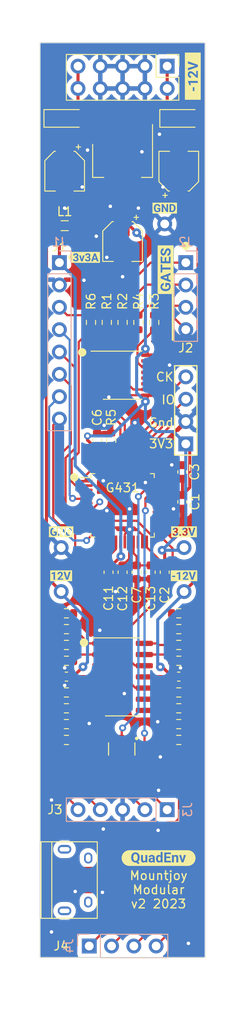
<source format=kicad_pcb>
(kicad_pcb (version 20221018) (generator pcbnew)
  (layers (0 "F.Cu" signal) (31 "B.Cu" signal) (34 "B.Paste" user) (35 "F.Paste" user) (36 "B.SilkS" user "B.Silkscreen") (37 "F.SilkS" user "F.Silkscreen") (38 "B.Mask" user) (39 "F.Mask" user) (44 "Edge.Cuts" user))
  (net 0 "")
  (net 1 "+3.3V")
  (net 2 "GND")
  (net 3 "+12V")
  (net 4 "-12V")
  (net 5 "/Gate1_In")
  (net 6 "/Gate2_In")
  (net 7 "/Gate3_In")
  (net 8 "/Gate4_In")
  (net 9 "/Led1_Out")
  (net 10 "/Led2_Out")
  (net 11 "/Led3_Out")
  (net 12 "/Led4_Out")
  (net 13 "/+12V_IN")
  (net 14 "/-12V_IN")
  (net 15 "/Mode_Btn")
  (net 16 "/Env1_Out")
  (net 17 "/Env2_Out")
  (net 18 "/Env3_Out")
  (net 19 "/Env4_Out")
  (net 21 "Net-(R13-Pad1)")
  (net 22 "Net-(R14-Pad1)")
  (net 23 "Net-(R15-Pad1)")
  (net 24 "Net-(R16-Pad1)")
  (net 27 "Net-(U3-A)")
  (net 28 "Net-(U3-B)")
  (net 29 "Net-(U3-D)")
  (net 30 "/Env4_DAC")
  (net 31 "/Env1_DAC")
  (net 32 "/Env2_DAC")
  (net 33 "/Attack_Pot")
  (net 34 "/Decay_Pot")
  (net 35 "Net-(U3-C)")
  (net 36 "Net-(U4A--)")
  (net 37 "/Sustain_Pot")
  (net 38 "/Env3_DAC")
  (net 39 "Net-(U4B--)")
  (net 40 "/Release_Pot")
  (net 41 "Net-(U4C--)")
  (net 42 "Net-(U4D--)")
  (net 49 "/SWCLK")
  (net 50 "/SWIO")
  (net 51 "/USB_DM")
  (net 52 "/USB_DP")
  (net 58 "/Gate1")
  (net 59 "/Gate2")
  (net 60 "/Gate3")
  (net 61 "/Gate4")
  (net 62 "/BOOT0")
  (net 63 "+3.3VA")
  (net 72 "/Mode_Led")
  (net 73 "Net-(U1-PC13)")
  (net 74 "unconnected-(U1-PG10-NRST-Pad7)")
  (net 75 "/D-")
  (net 76 "/D+")
  (footprint "Resistor_SMD:R_0603_1608Metric" (layer "F.Cu") (at 65.8 127.47)
    (fp_text reference "R22" hide)
    (fp_text value "1k")
  )
  (footprint "Custom_Footprints:STF202-22T1G" (layer "F.Cu") (at 59.3 130.3 180)
    (fp_text reference "U5" hide)
    (fp_text value "STF202-22T1G" hide)
  )
  (footprint "Capacitor_SMD:CP_Elec_4x5.8" (layer "F.Cu") (at 52.8 64.6 -90)
    (fp_text reference "C4" hide)
    (fp_text value "22uF")
  )
  (footprint "Capacitor_SMD:CP_Elec_4x5.8" (layer "F.Cu") (at 65.8 64.6 90)
    (fp_text reference "C5" hide)
    (fp_text value "22uF")
  )
  (footprint "Resistor_SMD:R_0603_1608Metric" (layer "F.Cu") (at 63 81.8 90)
    (fp_text reference "R3")
    (fp_text value "10k")
  )
  (footprint "Capacitor_SMD:C_0603_1608Metric" (layer "F.Cu") (at 57.8 110.2 90)
    (fp_text reference "C11")
    (fp_text value "1uF")
  )
  (footprint "Resistor_SMD:R_0603_1608Metric" (layer "F.Cu") (at 65.8 118.47)
    (fp_text reference "R16" hide)
    (fp_text value "4k7")
  )
  (footprint "Capacitor_SMD:C_0603_1608Metric" (layer "F.Cu") (at 61 110.2 -90)
    (fp_text reference "C7")
    (fp_text value "10nF")
  )
  (footprint "Package_SO:SOIC-14_3.9x8.7mm_P1.27mm" (layer "F.Cu") (at 59.4 122.1)
    (fp_text reference "U4" hide)
    (fp_text value "TL074")
  )
  (footprint "Resistor_SMD:R_0603_1608Metric" (layer "F.Cu") (at 61.2 81.8 90)
    (fp_text reference "R4")
    (fp_text value "10k")
  )
  (footprint "Resistor_SMD:R_0603_1608Metric" (layer "F.Cu") (at 53 120.27 180)
    (fp_text reference "R9" hide)
    (fp_text value "3k3")
  )
  (footprint "kibuzzard-6409FE57" (layer "F.Cu") (at 52.4 105.6)
    (fp_text reference "kibuzzard-6409FE57" hide)
    (fp_text value "G***" hide)
  )
  (footprint "Custom_Footprints:1mm_Test_Point" (layer "F.Cu") (at 52.4 107.4)
    (fp_text reference "TP5" hide)
    (fp_text value "TestPoint")
  )
  (footprint "Inductor_SMD:L_0805_2012Metric_Pad1.05x1.20mm_HandSolder" (layer "F.Cu") (at 52.8 70.8 180)
    (fp_text reference "L1")
    (fp_text value "L_Small")
  )
  (footprint "Capacitor_SMD:CP_Elec_4x5.8" (layer "F.Cu") (at 59.4 72.6 -90)
    (fp_text reference "C8" hide)
    (fp_text value "22uF")
  )
  (footprint "Resistor_SMD:R_0603_1608Metric" (layer "F.Cu") (at 53 116.67 180)
    (fp_text reference "R17" hide)
    (fp_text value "1k")
  )
  (footprint "Resistor_SMD:R_0603_1608Metric" (layer "F.Cu") (at 58.1 95.2 -90)
    (fp_text reference "R5")
    (fp_text value "100k")
  )
  (footprint "Capacitor_SMD:C_0603_1608Metric" (layer "F.Cu") (at 66.2 98.8 90)
    (fp_text reference "C3")
    (fp_text value "100nF")
  )
  (footprint "Resistor_SMD:R_0603_1608Metric" (layer "F.Cu") (at 65.8 114.87)
    (fp_text reference "R24" hide)
    (fp_text value "1k")
  )
  (footprint "Resistor_SMD:R_0603_1608Metric" (layer "F.Cu") (at 65.8 123.87)
    (fp_text reference "R11" hide)
    (fp_text value "3k3")
  )
  (footprint "Capacitor_SMD:C_0603_1608Metric" (layer "F.Cu") (at 59.4 110.2 90)
    (fp_text reference "C12")
    (fp_text value "100nF")
  )
  (footprint "Diode_SMD:D_SOD-123" (layer "F.Cu") (at 52.8 58.6)
    (fp_text reference "D1" hide)
    (fp_text value "1N5819")
  )
  (footprint "Resistor_SMD:R_0603_1608Metric" (layer "F.Cu") (at 65.8 120.27)
    (fp_text reference "R12" hide)
    (fp_text value "3k3")
  )
  (footprint "Diode_SMD:D_SOD-123" (layer "F.Cu") (at 66 58.6)
    (fp_text reference "D2" hide)
    (fp_text value "1N5819")
  )
  (footprint "Resistor_SMD:R_0603_1608Metric" (layer "F.Cu") (at 55.8 81.8 -90)
    (fp_text reference "R6")
    (fp_text value "510")
  )
  (footprint "kibuzzard-6409FE57" (layer "F.Cu") (at 64.2 68.8)
    (fp_text reference "kibuzzard-6409FE57" hide)
    (fp_text value "G***" hide)
  )
  (footprint "kibuzzard-6409FE16" (layer "F.Cu") (at 66.4 110.6)
    (fp_text reference "kibuzzard-6409FE16" hide)
    (fp_text value "G***" hide)
  )
  (footprint "Custom_Footprints:1mm_Test_Point" (layer "F.Cu") (at 52.4 112.4)
    (fp_text reference "TP3" hide)
    (fp_text value "TestPoint")
  )
  (footprint "Resistor_SMD:R_0603_1608Metric" (layer "F.Cu") (at 53 123.87 180)
    (fp_text reference "R10" hide)
    (fp_text value "3k3")
  )
  (footprint "Package_TO_SOT_SMD:SOT-223-3_TabPin2" (layer "F.Cu") (at 59.4 63.4 -90)
    (fp_text reference "U2" hide)
    (fp_text value "LD1117-3.3-4Tab")
  )
  (footprint "kibuzzard-64DF8AE0" (layer "F.Cu") (at 64.3 75.8 90)
    (fp_text reference "kibuzzard-64DF8AE0" hide)
    (fp_text value "G***" hide)
  )
  (footprint "Resistor_SMD:R_0603_1608Metric" (layer "F.Cu") (at 53 114.87 180)
    (fp_text reference "R18" hide)
    (fp_text value "1k")
  )
  (footprint "Connector_PinHeader_2.54mm:PinHeader_2x05_P2.54mm_Vertical" (layer "F.Cu") (at 64.48 52.66 -90)
    (fp_text reference "J6" hide)
    (fp_text value "Eurorack_10_pin_power")
  )
  (footprint "Capacitor_SMD:C_0603_1608Metric" (layer "F.Cu") (at 66.2 102.2 -90)
    (fp_text reference "C1")
    (fp_text value "4.7uF")
  )
  (footprint "Resistor_SMD:R_0603_1608Metric" (layer "F.Cu") (at 57.6 81.8 -90)
    (fp_text reference "R1")
    (fp_text value "10k")
  )
  (footprint "Custom_Footprints:USB_Micro-B_Amphenol" (layer "F.Cu") (at 54.135 145.2 -90)
    (fp_text reference "J7" hide)
    (fp_text value "USB_B_Micro")
  )
  (footprint "Capacitor_SMD:C_0603_1608Metric" (layer "F.Cu") (at 53 122.07)
    (fp_text reference "C9" hide)
    (fp_text value "1uF")
  )
  (footprint "kibuzzard-6409FE46" (layer "F.Cu") (at 52.4 110.6)
    (fp_text reference "kibuzzard-6409FE46" hide)
    (fp_text value "G***" hide)
  )
  (footprint "kibuzzard-640A0C12" (layer "F.Cu") (at 63.5 142.7)
    (fp_text reference "kibuzzard-640A0C12" hide)
    (fp_text value "G***" hide)
  )
  (footprint "kibuzzard-6409F893" (layer "F.Cu") (at 67.4 53.8 90)
    (fp_text reference "kibuzzard-6409F893" hide)
    (fp_text value "G***" hide)
  )
  (footprint "Capacitor_SMD:C_0603_1608Metric" (layer "F.Cu") (at 56.5 95.2 90)
    (fp_text reference "C6")
    (fp_text value "100nF")
  )
  (footprint "Package_SO:TSSOP-16_4.4x5mm_P0.65mm" (layer "F.Cu") (at 59.4 87.8)
    (fp_text reference "U3" hide)
    (fp_text value "CD40109B")
  )
  (footprint "kibuzzard-6409FE2B" (layer "F.Cu") (at 66.4 105.6)
    (fp_text reference "kibuzzard-6409FE2B" hide)
    (fp_text value "G***" hide)
  )
  (footprint "Resistor_SMD:R_0603_1608Metric" (layer "F.Cu") (at 53 118.47)
    (fp_text reference "R13" hide)
    (fp_text value "4k7")
  )
  (footprint "Capacitor_SMD:C_0603_1608Metric" (layer "F.Cu") (at 64.2 110.2 -90)
    (fp_text reference "C2")
    (fp_text value "100nF")
  )
  (footprint "kibuzzard-6409FEF9" (layer "F.Cu") (at 55 74.4)
    (fp_text reference "kibuzzard-6409FEF9" hide)
    (fp_text value "G***" hide)
  )
  (footprint "Resistor_SMD:R_0603_1608Metric" (layer "F.Cu") (at 53 125.67 180)
    (fp_text reference "R14" hide)
    (fp_text value "4k7")
  )
  (footprint "Resistor_SMD:R_0603_1608Metric" (layer "F.Cu") (at 53 129.27 180)
    (fp_text reference "R19" hide)
    (fp_text value "1k")
  )
  (footprint "Custom_Footprints:SWD_header" (layer "F.Cu") (at 66.6 95.61 90)
    (fp_text reference "J5" hide)
    (fp_text value "SWD_Header")
  )
  (footprint "Package_QFP:LQFP-48_7x7mm_P0.5mm" (layer "F.Cu") (at 59.4 102.6)
    (fp_text reference "U1" hide)
    (fp_text value "STM32G431C6T6")
  )
  (footprint "Custom_Footprints:1mm_Test_Point" (layer "F.Cu") (at 66.4 107.4)
    (fp_text reference "TP2" hide)
    (fp_text value "TestPoint")
  )
  (footprint "Resistor_SMD:R_0603_1608Metric" (layer "F.Cu") (at 59.4 81.8 -90)
    (fp_text reference "R2")
    (fp_text value "10k")
  )
  (footprint "Resistor_SMD:R_0603_1608Metric" (layer "F.Cu") (at 65.8 116.67)
    (fp_text reference "R23" hide)
    (fp_text value "1k")
  )
  (footprint "Resistor_SMD:R_0603_1608Metric" (layer "F.Cu") (at 53 127.47 180)
    (fp_text reference "R20" hide)
    (fp_text value "1k")
  )
  (footprint "Resistor_SMD:R_0603_1608Metric" (layer "F.Cu") (at 65.8 129.27)
    (fp_text reference "R21" hide)
    (fp_text value "1k")
  )
  (footprint "Custom_Footprints:1mm_Test_Point" (layer "F.Cu") (at 64.2 70.6)
    (fp_text reference "TP1" hide)
    (fp_text value "TestPoint")
  )
  (footprint "Capacitor_SMD:C_0603_1608Metric" (layer "F.Cu") (at 65.8 122.07 180)
    (fp_text reference "C10" hide)
    (fp_text value "1uF")
  )
  (footprint "Custom_Footprints:1mm_Test_Point" (layer "F.Cu") (at 66.4 112.4)
    (fp_text reference "TP4" hide)
    (fp_text value "TestPoint")
  )
  (footprint "Capacitor_SMD:C_0603_1608Metric" (layer "F.Cu") (at 62.6 110.2 90)
    (fp_text reference "C13")
    (fp_text value "1uF")
  )
  (footprint "Resistor_SMD:R_0603_1608Metric" (layer "F.Cu") (at 65.8 125.67)
    (fp_text reference "R15" hide)
    (fp_text value "4k7")
  )
  (footprint "Connector_PinHeader_2.54mm:PinHeader_1x08_P2.54mm_Vertical" (layer "B.Cu") (at 52.2 75 180)
    (fp_text reference "J1")
    (fp_text value "Conn_01x08_Male")
  )
  (footprint "Connector_PinHeader_2.54mm:PinHeader_1x04_P2.54mm_Vertical" (layer "B.Cu") (at 55.6 152.7 -90)
    (fp_text reference "J4")
    (fp_text value "Conn_01x04_Male")
  )
  (footprint "Connector_PinHeader_2.54mm:PinHeader_1x04_P2.54mm_Vertical" (layer "B.Cu") (at 66.6 75 180)
    (fp_text reference "J2")
    (fp_text value "Conn_01x04_Male")
  )
  (footprint "Connector_PinHeader_2.54mm:PinHeader_1x05_P2.54mm_Vertical" (layer "B.Cu") (at 64.48 137.2 90)
    (fp_text reference "J3")
    (fp_text value "Conn_01x05_Male")
  )
  (gr_circle (center 66.6 73.1) (end 67 73.1) (stroke (width 0.15)) (fill solid) (layer "F.SilkS"))
  (gr_circle (center 54.8 85.2) (end 55.2 85.2) (stroke (width 0.15)) (fill solid) (layer "F.SilkS"))
  (gr_circle (center 55 118.2) (end 55.4 118.2) (stroke (width 0.15)) (fill solid) (layer "F.SilkS"))
  (gr_line (start 65.1 78.5) (end 65.1 83.8) (stroke (width 0.2)) (layer "F.SilkS"))
  (gr_circle (center 53.9 99.4) (end 54.3 99.4) (stroke (width 0.15)) (fill solid) (layer "F.SilkS"))
  (gr_rect locked (start 50 50) (end 68.8 154) (stroke (width 0.1)) (fill none) (layer "Edge.Cuts"))
  (gr_text "G431" (at 59.4 100.6) (layer "F.SilkS") (effects (font (size 1 1))))
  (gr_text "J4" (at 52.4 152.7) (layer "F.SilkS") (effects (font (size 1 1))))
  (gr_text "Mountjoy\nModular\nv2 2023" (at 63.5 146.3) (layer "F.SilkS") (effects (font (size 1 1))))
  (gr_text "J1" (at 52.2 73.2) (layer "F.SilkS") (effects (font (size 1 1))))
  (gr_text "J3" (at 51.7 137.2) (layer "F.SilkS") (effects (font (size 1 1))))
  (gr_text "J2" (at 66.6 84.7) (layer "F.SilkS") (effects (font (size 1 1))))
  (segment (start 59.225 89.425) (end 56.5375 89.425) (width 0.25) (layer "F.Cu") (net 1))
  (segment (start 56.7 85.3625) (end 56.5375 85.525) (width 0.35) (layer "F.Cu") (net 1))
  (segment (start 59.4 70.8) (end 60.2 70.8) (width 0.35) (layer "F.Cu") (net 1))
  (segment (start 64.2 109.4) (end 64.2 109.425) (width 0.25) (layer "F.Cu") (net 1))
  (segment (start 63.325 85.525) (end 62.2625 85.525) (width 0.25) (layer "F.Cu") (net 1))
  (segment (start 67.05 100.575) (end 66.2 101.425) (width 0.35) (layer "F.Cu") (net 1))
  (segment (start 62.2625 90.5375) (end 62 90.8) (width 0.25) (layer "F.Cu") (net 1))
  (segment (start 55.936979 85.999417) (end 56.112562 86.175) (width 0.25) (layer "F.Cu") (net 1))
  (segment (start 53.95 70.8) (end 59.4 70.8) (width 0.35) (layer "F.Cu") (net 1))
  (segment (start 59.4 66.55) (end 59.4 70.8) (width 0.35) (layer "F.Cu") (net 1))
  (segment (start 56.7 73.5) (end 56.7 85.3625) (width 0.35) (layer "F.Cu") (net 1))
  (segment (start 56.5375 85.525) (end 56.5125 85.5) (width 0.25) (layer "F.Cu") (net 1))
  (segment (start 62.2625 90.075) (end 62.2625 90.5375) (width 0.25) (layer "F.Cu") (net 1))
  (segment (start 64.2 109.425) (end 64.2 108) (width 0.35) (layer "F.Cu") (net 1))
  (segment (start 55.2 99.8125) (end 55.2 99.2) (width 0.25) (layer "F.Cu") (net 1))
  (segment (start 55.2375 99.85) (end 55.2 99.8125) (width 0.25) (layer "F.Cu") (net 1))
  (segment (start 56.112562 86.175) (end 56.5375 86.175) (width 0.25) (layer "F.Cu") (net 1))
  (segment (start 55.2 99.2) (end 55.9625 98.4375) (width 0.25) (layer "F.Cu") (net 1))
  (segment (start 56.2 95.975) (end 55.4 95.175) (width 0.35) (layer "F.Cu") (net 1))
  (segment (start 62.2625 86.175) (end 63.325 86.175) (width 0.25) (layer "F.Cu") (net 1))
  (segment (start 59.875 90.075) (end 59.225 89.425) (width 0.25) (layer "F.Cu") (net 1))
  (segment (start 62.2625 85.525) (end 62.2625 85.0625) (width 0.25) (layer "F.Cu") (net 1))
  (segment (start 63.5 85.7) (end 63.325 85.525) (width 0.25) (layer "F.Cu") (net 1))
  (segment (start 64.2 108) (end 63.9 107.7) (width 0.35) (layer "F.Cu") (net 1))
  (segment (start 55.936979 85.626625) (end 55.936979 85.999417) (width 0.25) (layer "F.Cu") (net 1))
  (segment (start 56.063604 85.5) (end 55.936979 85.626625) (width 0.25) (layer "F.Cu") (net 1))
  (segment (start 62.2625 85.0625) (end 62 84.8) (width 0.25) (layer "F.Cu") (net 1))
  (segment (start 56.65 98.4375) (end 56.65 96.425) (width 0.25) (layer "F.Cu") (net 1))
  (segment (start 66.175 99.85) (end 66.225 99.8) (width 0.25) (layer "F.Cu") (net 1))
  (segment (start 59.4 60.25) (end 59.4 66.55) (width 0.35) (layer "F.Cu") (net 1))
  (segment (start 55.4 95.175) (end 55.4 94.7) (width 0.35) (layer "F.Cu") (net 1))
  (segment (start 63.5625 99.85) (end 66.175 99.85) (width 0.25) (layer "F.Cu") (net 1))
  (segment (start 63.5 86) (end 63.5 85.7) (width 0.25) (layer "F.Cu") (net 1))
  (segment (start 62.15 107.35) (end 64.2 109.4) (width 0.25) (layer "F.Cu") (net 1))
  (segment (start 67.05 96.06) (end 67.05 100.575) (width 0.35) (layer "F.Cu") (net 1))
  (segment (start 66.225 101.4) (end 66.225 99.8) (width 0.35) (layer "F.Cu") (net 1))
  (segment (start 66.6 95.61) (end 67.05 96.06) (width 0.35) (layer "F.Cu") (net 1))
  (segment (start 56.65 96.425) (end 56.2 95.975) (width 0.25) (layer "F.Cu") (net 1))
  (segment (start 62.2625 90.075) (end 59.875 90.075) (width 0.25) (layer "F.Cu") (net 1))
  (segment (start 55.9625 98.4375) (end 56.65 98.4375) (width 0.25) (layer "F.Cu") (net 1))
  (segment (start 59.4 70.8) (end 56.7 73.5) (width 0.35) (layer "F.Cu") (net 1))
  (segment (start 60.2 70.8) (end 61 71.6) (width 0.35) (layer "F.Cu") (net 1))
  (segment (start 56.5125 85.5) (end 56.063604 85.5) (width 0.25) (layer "F.Cu") (net 1))
  (segment (start 62.15 106.7625) (end 62.15 107.35) (width 0.25) (layer "F.Cu") (net 1))
  (segment (start 63.325 86.175) (end 63.5 86) (width 0.25) (layer "F.Cu") (net 1))
  (via (at 63.9 107.7) (size 1) (drill 0.4) (layers "F.Cu" "B.Cu") (net 1))
  (via (at 62 84.8) (size 1) (drill 0.4) (layers "F.Cu" "B.Cu") (net 1))
  (via (at 62 90.8) (size 1) (drill 0.4) (layers "F.Cu" "B.Cu") (net 1))
  (via (at 61 71.6) (size 1) (drill 0.4) (layers "F.Cu" "B.Cu") (net 1))
  (via (at 55.4 94.7) (size 0.8) (drill 0.4) (layers "F.Cu" "B.Cu") (net 1))
  (segment (start 62 84.8) (end 61 85.8) (width 0.35) (layer "B.Cu") (net 1))
  (segment (start 63.21 94.21) (end 65.2 94.21) (width 0.35) (layer "B.Cu") (net 1))
  (segment (start 62 90.8) (end 62 93) (width 0.35) (layer "B.Cu") (net 1))
  (segment (start 66.6 105) (end 63.9 107.7) (width 0.35) (layer "B.Cu") (net 1))
  (segment (start 58.1 94.7) (end 55.4 94.7) (width 0.35) (layer "B.Cu") (net 1))
  (segment (start 66.1 107.7) (end 66.4 107.4) (width 0.35) (layer "B.Cu") (net 1))
  (segment (start 65.2 94.21) (end 66.6 95.61) (width 0.35) (layer "B.Cu") (net 1))
  (segment (start 62 90.8) (end 58.1 94.7) (width 0.35) (layer "B.Cu") (net 1))
  (segment (start 61 85.8) (end 61 89.8) (width 0.35) (layer "B.Cu") (net 1))
  (segment (start 61 71.6) (end 62 72.6) (width 0.35) (layer "B.Cu") (net 1))
  (segment (start 62 93) (end 63.21 94.21) (width 0.35) (layer "B.Cu") (net 1))
  (segment (start 66.6 95.61) (end 66.6 105) (width 0.35) (layer "B.Cu") (net 1))
  (segment (start 63.9 107.7) (end 66.1 107.7) (width 0.35) (layer "B.Cu") (net 1))
  (segment (start 62 72.6) (end 62 84.8) (width 0.35) (layer "B.Cu") (net 1))
  (segment (start 61 89.8) (end 62 90.8) (width 0.35) (layer "B.Cu") (net 1))
  (segment (start 56.5375 90.075) (end 57.623465 90.075) (width 0.25) (layer "F.Cu") (net 2))
  (segment (start 57.15 99.75) (end 57.2 99.8) (width 0.25) (layer "F.Cu") (net 2))
  (segment (start 59.65 106.7625) (end 59.65 105.8755) (width 0.25) (layer "F.Cu") (net 2))
  (segment (start 64 98) (end 65 98) (width 0.25) (layer "F.Cu") (net 2))
  (segment (start 57.15 98.4375) (end 57.15 99.75) (width 0.25) (layer "F.Cu") (net 2))
  (segment (start 61.65 106.7625) (end 61.65 105.959315) (width 0.25) (layer "F.Cu") (net 2))
  (segment (start 61.65 105.959315) (end 61.016185 105.3255) (width 0.25) (layer "F.Cu") (net 2))
  (segment (start 57 146.5) (end 57.1 146.6) (width 0.35) (layer "F.Cu") (net 2))
  (segment (start 55.485 146.5) (end 57 146.5) (width 0.35) (layer "F.Cu") (net 2))
  (segment (start 62.35 100.35) (end 62 100) (width 0.25) (layer "F.Cu") (net 2))
  (segment (start 57.299992 93.574992) (end 57.299992 93.5) (width 0.25) (layer "F.Cu") (net 2))
  (segment (start 63.5625 100.35) (end 62.35 100.35) (width 0.25) (layer "F.Cu") (net 2))
  (segment (start 62 100) (end 64 98) (width 0.25) (layer "F.Cu") (net 2))
  (segment (start 57.623465 90.075) (end 57.836413 90.287948) (width 0.25) (layer "F.Cu") (net 2))
  (segment (start 61.016185 105.3255) (end 60.2 105.3255) (width 0.25) (layer "F.Cu") (net 2))
  (segment (start 59.65 105.8755) (end 60.2 105.3255) (width 0.25) (layer "F.Cu") (net 2))
  (via (at 60.2 103) (size 0.8) (drill 0.4) (layers "F.Cu" "B.Cu") (net 2))
  (via (at 59.4 76.6) (size 0.8) (drill 0.4) (layers "F.Cu" "B.Cu") (net 2))
  (via (at 66 121.07) (size 0.8) (drill 0.4) (layers "F.Cu" "B.Cu") (net 2))
  (via (at 58.6 112.4) (size 0.8) (drill 0.4) (layers "F.Cu" "B.Cu") (net 2))
  (via (at 54 146.5) (size 0.8) (drill 0.4) (layers "F.Cu" "B.Cu") (net 2))
  (via (at 60.2 105.3255) (size 1) (drill 0.4) (layers "F.Cu" "B.Cu") (net 2))
  (via (at 63.6 60.4) (size 0.8) (drill 0.4) (layers "F.Cu" "B.Cu") (net 2))
  (via (at 57.2 139.4) (size 0.8) (drill 0.4) (layers "F.Cu" "B.Cu") (net 2))
  (via (at 57.6 103.2) (size 0.8) (drill 0.4) (layers "F.Cu" "B.Cu") (net 2))
  (via (at 56.8 116.8) (size 0.8) (drill 0.4) (layers "F.Cu" "B.Cu") (net 2))
  (via (at 65.2 103) (size 0.8) (drill 0.4) (layers "F.Cu" "B.Cu") (net 2))
  (via (at 52.8 121.07) (size 0.8) (drill 0.4) (layers "F.Cu" "B.Cu") (net 2))
  (via (at 54.8 66.4) (size 0.8) (drill 0.4) (layers "F.Cu" "B.Cu") (net 2))
  (via (at 56.4 72) (size 0.8) (drill 0.4) (layers "F.Cu" "B.Cu") (net 2))
  (via (at 55 77) (size 0.8) (drill 0.4) (layers "F.Cu" "B.Cu") (net 2))
  (via (at 57.1 146.6) (size 0.8) (drill 0.4) (layers "F.Cu" "B.Cu") (net 2))
  (via (at 63.4 127.2) (size 0.8) (drill 0.4) (layers "F.Cu" "B.Cu") (net 2))
  (via (at 63.445024 139.545024) (size 0.8) (drill 0.4) (layers "F.Cu" "B.Cu") (net 2))
  (via (at 62 100) (size 1) (drill 0.4) (layers "F.Cu" "B.Cu") (net 2))
  (via (at 63.5 135) (size 0.8) (drill 0.4) (layers "F.Cu" "B.Cu") (net 2))
  (via (at 57.2 99.8) (size 0.8) (drill 0.4) (layers "F.Cu" "B.Cu") (net 2))
  (via (at 51.3 151.1) (size 0.8) (drill 0.4) (layers "F.Cu" "B.Cu") (net 2))
  (via (at 60.8 93.2) (size 0.8) (drill 0.4) (layers "F.Cu" "B.Cu") (net 2))
  (via (at 59.6 124) (size 0.8) (drill 0.4) (layers "F.Cu" "B.Cu") (net 2))
  (via (at 57.6 74.4) (size 0.8) (drill 0.4) (layers "F.Cu" "B.Cu") (net 2))
  (via (at 64.75 86.65) (size 0.8) (drill 0.4) (layers "F.Cu" "B.Cu") (net 2))
  (via (at 61.6 62.4) (size 0.8) (drill 0.4) (layers "F.Cu" "B.Cu") (net 2))
  (via (at 58 68.6) (size 0.8) (drill 0.4) (layers "F.Cu" "B.Cu") (net 2))
  (via (at 52.8 68.8) (size 0.8) (drill 0.4) (layers "F.Cu" "B.Cu") (net 2))
  (via (at 52.8 123.07) (size 0.8) (drill 0.4) (layers "F.Cu" "B.Cu") (net 2))
  (via (at 63.7 131.2) (size 0.8) (drill 0.4) (layers "F.Cu" "B.Cu") (net 2))
  (via (at 55.6 127.4) (size 0.8) (drill 0.4) (layers "F.Cu" "B.Cu") (net 2))
  (via (at 51.3 136.1) (size 0.8) (drill 0.4) (layers "F.Cu" "B.Cu") (net 2))
  (via (at 64 66.4) (size 0.8) (drill 0.4) (layers "F.Cu" "B.Cu") (net 2))
  (via (at 57.836413 90.287948) (size 0.8) (drill 0.4) (layers "F.Cu" "B.Cu") (net 2))
  (via (at 57.299992 93.5) (size 0.8) (drill 0.4) (layers "F.Cu" "B.Cu") (net 2))
  (via (at 66.9 152.4) (size 0.8) (drill 0.4) (layers "F.Cu" "B.Cu") (net 2))
  (via (at 55.4 62.2) (size 0.8) (drill 0.4) (layers "F.Cu" "B.Cu") (net 2))
  (via (at 65 98) (size 0.8) (drill 0.4) (layers "F.Cu" "B.Cu") (net 2))
  (via (at 61.2 68.8) (size 0.8) (drill 0.4) (layers "F.Cu" "B.Cu") (net 2))
  (segment (start 55.35 60.25) (end 52.8 62.8) (width 0.35) (layer "F.Cu") (net 3))
  (segment (start 52.2 58.6) (end 52.8 59.2) (width 0.35) (layer "F.Cu") (net 3))
  (segment (start 52.8 59.2) (end 52.8 62.8) (width 0.35) (layer "F.Cu") (net 3))
  (segment (start 56.895 122.07) (end 56.925 122.1) (width 0.35) (layer "F.Cu") (net 3))
  (segment (start 50.725499 110.725499) (end 52.4 112.4) (width 0.35) (layer "F.Cu") (net 3))
  (segment (start 57.1 60.25) (end 55.35 60.25) (width 0.35) (layer "F.Cu") (net 3))
  (segment (start 53.775 122.07) (end 56.895 122.07) (width 0.35) (layer "F.Cu") (net 3))
  (segment (start 51.15 58.6) (end 52.2 58.6) (width 0.35) (layer "F.Cu") (net 3))
  (segment (start 50.725499 64.874501) (end 50.725499 110.725499) (width 0.35) (layer "F.Cu") (net 3))
  (segment (start 53.775 122.07) (end 54.8875 120.9575) (width 0.35) (layer "F.Cu") (net 3))
  (segment (start 52.8 62.8) (end 50.725499 64.874501) (width 0.35) (layer "F.Cu") (net 3))
  (via (at 54.8875 120.9575) (size 1) (drill 0.4) (layers "F.Cu" "B.Cu") (net 3))
  (segment (start 54.8875 120.9575) (end 55.4 120.445) (width 0.35) (layer "B.Cu") (net 3))
  (segment (start 55.4 115.6) (end 52.4 112.6) (width 0.35) (layer "B.Cu") (net 3))
  (segment (start 52.4 112.6) (end 52.4 112.4) (width 0.35) (layer "B.Cu") (net 3))
  (segment (start 55.4 120.445) (end 55.4 115.6) (width 0.35) (layer "B.Cu") (net 3))
  (segment (start 65.025 122.07) (end 63.925 120.97) (width 0.35) (layer "F.Cu") (net 4))
  (segment (start 68 65) (end 65.8 62.8) (width 0.35) (layer "F.Cu") (net 4))
  (segment (start 65.025 122.07) (end 61.905 122.07) (width 0.35) (layer "F.Cu") (net 4))
  (segment (start 66.4 112.4) (end 68 110.8) (width 0.35) (layer "F.Cu") (net 4))
  (segment (start 68 110.8) (end 68 65) (width 0.35) (layer "F.Cu") (net 4))
  (segment (start 67.65 58.6) (end 66.8 58.6) (width 0.35) (layer "F.Cu") (net 4))
  (segment (start 65.8 59.6) (end 65.8 62.8) (width 0.35) (layer "F.Cu") (net 4))
  (segment (start 63.925 120.97) (end 63.7 120.97) (width 0.35) (layer "F.Cu") (net 4))
  (segment (start 66.8 58.6) (end 65.8 59.6) (width 0.35) (layer "F.Cu") (net 4))
  (segment (start 61.905 122.07) (end 61.875 122.1) (width 0.35) (layer "F.Cu") (net 4))
  (via (at 63.7 120.97) (size 1) (drill 0.4) (layers "F.Cu" "B.Cu") (net 4))
  (segment (start 66.4 112.4) (end 66.4 112.6) (width 0.35) (layer "B.Cu") (net 4))
  (segment (start 63.4 115.6) (end 63.4 120.67) (width 0.35) (layer "B.Cu") (net 4))
  (segment (start 66.4 112.6) (end 63.4 115.6) (width 0.35) (layer "B.Cu") (net 4))
  (segment (start 63.4 120.67) (end 63.7 120.97) (width 0.35) (layer "B.Cu") (net 4))
  (segment (start 57.6 80) (end 57.6 80.975) (width 0.25) (layer "F.Cu") (net 5))
  (segment (start 62.6 75) (end 57.6 80) (width 0.25) (layer "F.Cu") (net 5))
  (segment (start 66.6 75) (end 62.6 75) (width 0.25) (layer "F.Cu") (net 5))
  (segment (start 59.4 80.175) (end 59.4 80.975) (width 0.25) (layer "F.Cu") (net 6))
  (segment (start 66.6 77.54) (end 66.56 77.5) (width 0.25) (layer "F.Cu") (net 6))
  (segment (start 66.56 77.5) (end 62.075 77.5) (width 0.25) (layer "F.Cu") (net 6))
  (segment (start 62.075 77.5) (end 59.4 80.175) (width 0.25) (layer "F.Cu") (net 6))
  (segment (start 66.6 80.08) (end 66.42 79.9) (width 0.25) (layer "F.Cu") (net 7))
  (segment (start 66.42 79.9) (end 62.275 79.9) (width 0.25) (layer "F.Cu") (net 7))
  (segment (start 62.275 79.9) (end 61.2 80.975) (width 0.25) (layer "F.Cu") (net 7))
  (segment (start 66.6 82.62) (end 64.955 80.975) (width 0.25) (layer "F.Cu") (net 8))
  (segment (start 64.955 80.975) (end 63 80.975) (width 0.25) (layer "F.Cu") (net 8))
  (segment (start 52.175 116.67) (end 51.000499 117.844501) (width 0.25) (layer "F.Cu") (net 9))
  (segment (start 51.000499 117.844501) (end 51.000499 131.340499) (width 0.25) (layer "F.Cu") (net 9))
  (segment (start 51.000499 131.340499) (end 56.86 137.2) (width 0.25) (layer "F.Cu") (net 9))
  (segment (start 52.175 129.27) (end 57.505 134.6) (width 0.25) (layer "F.Cu") (net 10))
  (segment (start 57.505 134.6) (end 61.88 134.6) (width 0.25) (layer "F.Cu") (net 10))
  (segment (start 61.88 134.6) (end 64.48 137.2) (width 0.25) (layer "F.Cu") (net 10))
  (segment (start 66.725 129.37) (end 66.725 141.575) (width 0.25) (layer "F.Cu") (net 11))
  (segment (start 66.725 141.575) (end 55.6 152.7) (width 0.25) (layer "F.Cu") (net 11))
  (segment (start 66.625 129.27) (end 66.725 129.37) (width 0.25) (layer "F.Cu") (net 11))
  (segment (start 67.799501 117.844501) (end 66.625 116.67) (width 0.25) (layer "F.Cu") (net 12))
  (segment (start 60.68 152.7) (end 60.7 152.7) (width 0.25) (layer "F.Cu") (net 12))
  (segment (start 60.7 152.7) (end 67.799501 145.600499) (width 0.25) (layer "F.Cu") (net 12))
  (segment (start 67.799501 145.600499) (end 67.799501 117.844501) (width 0.25) (layer "F.Cu") (net 12))
  (segment (start 54.32 55.2) (end 54.32 58.47) (width 0.35) (layer "F.Cu") (net 13))
  (segment (start 54.32 58.47) (end 54.45 58.6) (width 0.35) (layer "F.Cu") (net 13))
  (segment (start 54.32 52.66) (end 54.32 55.2) (width 0.35) (layer "F.Cu") (net 13))
  (segment (start 64.48 52.66) (end 64.48 55.2) (width 0.35) (layer "F.Cu") (net 14))
  (segment (start 64.48 58.47) (end 64.35 58.6) (width 0.35) (layer "F.Cu") (net 14))
  (segment (start 64.48 55.2) (end 64.48 58.47) (width 0.35) (layer "F.Cu") (net 14))
  (segment (start 53.75 101.85) (end 53.7 101.8) (width 0.25) (layer "F.Cu") (net 15))
  (segment (start 55.2375 101.85) (end 53.75 101.85) (width 0.25) (layer "F.Cu") (net 15))
  (via (at 53.7 101.8) (size 0.8) (drill 0.4) (layers "F.Cu" "B.Cu") (net 15))
  (segment (start 53.375 83.795) (end 52.2 82.62) (width 0.25) (layer "B.Cu") (net 15))
  (segment (start 53.7 101.8) (end 53.375 101.475) (width 0.25) (layer "B.Cu") (net 15))
  (segment (start 53.375 101.475) (end 53.375 83.795) (width 0.25) (layer "B.Cu") (net 15))
  (segment (start 54.32 137.02) (end 54.32 137.2) (width 0.25) (layer "F.Cu") (net 16))
  (segment (start 52.175 114.87) (end 50.550998 116.494002) (width 0.25) (layer "F.Cu") (net 16))
  (segment (start 50.550998 116.494002) (end 50.550998 133.250998) (width 0.25) (layer "F.Cu") (net 16))
  (segment (start 50.550998 133.250998) (end 54.32 137.02) (width 0.25) (layer "F.Cu") (net 16))
  (segment (start 51.45 130.25) (end 56.9 135.7) (width 0.25) (layer "F.Cu") (net 17))
  (segment (start 60.44 135.7) (end 61.94 137.2) (width 0.25) (layer "F.Cu") (net 17))
  (segment (start 52.175 127.47) (end 51.45 128.195) (width 0.25) (layer "F.Cu") (net 17))
  (segment (start 51.45 128.195) (end 51.45 130.25) (width 0.25) (layer "F.Cu") (net 17))
  (segment (start 56.9 135.7) (end 60.44 135.7) (width 0.25) (layer "F.Cu") (net 17))
  (segment (start 58.14 152.66) (end 58.14 152.7) (width 0.25) (layer "F.Cu") (net 18))
  (segment (start 67.35 143.45) (end 58.14 152.66) (width 0.25) (layer "F.Cu") (net 18))
  (segment (start 66.625 127.47) (end 67.35 128.195) (width 0.25) (layer "F.Cu") (net 18))
  (segment (start 67.35 128.195) (end 67.35 143.45) (width 0.25) (layer "F.Cu") (net 18))
  (segment (start 63.22 152.68) (end 63.22 152.7) (width 0.25) (layer "F.Cu") (net 19))
  (segment (start 68.249002 147.650998) (end 63.22 152.68) (width 0.25) (layer "F.Cu") (net 19))
  (segment (start 68.249002 116.494002) (end 68.249002 147.650998) (width 0.25) (layer "F.Cu") (net 19))
  (segment (start 66.625 114.87) (end 68.249002 116.494002) (width 0.25) (layer "F.Cu") (net 19))
  (segment (start 56.925 118.29) (end 55.5325 118.29) (width 0.25) (layer "F.Cu") (net 21))
  (segment (start 53.8 114.87) (end 53.8 116.67) (width 0.25) (layer "F.Cu") (net 21))
  (segment (start 55.5325 118.29) (end 53.9125 116.67) (width 0.25) (layer "F.Cu") (net 21))
  (segment (start 52.1125 118.47) (end 53.9125 116.67) (width 0.25) (layer "F.Cu") (net 21))
  (segment (start 53.8 127.47) (end 53.8 125.67) (width 0.25) (layer "F.Cu") (net 22))
  (segment (start 54.065 125.91) (end 53.825 125.67) (width 0.25) (layer "F.Cu") (net 22))
  (segment (start 56.925 125.91) (end 54.065 125.91) (width 0.25) (layer "F.Cu") (net 22))
  (segment (start 54.1225 125.88) (end 53.9125 125.67) (width 0.25) (layer "F.Cu") (net 22))
  (segment (start 53.8 129.27) (end 53.8 127.47) (width 0.25) (layer "F.Cu") (net 22))
  (segment (start 64.975 125.67) (end 64.975 127.47) (width 0.25) (layer "F.Cu") (net 23))
  (segment (start 64.975 127.47) (end 64.975 129.27) (width 0.25) (layer "F.Cu") (net 23))
  (segment (start 61.905 125.91) (end 64.6475 125.91) (width 0.25) (layer "F.Cu") (net 23))
  (segment (start 64.6475 125.91) (end 64.8875 125.67) (width 0.25) (layer "F.Cu") (net 23))
  (segment (start 64.975 114.87) (end 64.975 116.67) (width 0.25) (layer "F.Cu") (net 24))
  (segment (start 63.4 118.3) (end 61.885 118.3) (width 0.25) (layer "F.Cu") (net 24))
  (segment (start 64.975 116.67) (end 64.975 118.47) (width 0.25) (layer "F.Cu") (net 24))
  (segment (start 64.975 118.47) (end 63.57 118.47) (width 0.25) (layer "F.Cu") (net 24))
  (segment (start 61.885 118.3) (end 61.875 118.29) (width 0.25) (layer "F.Cu") (net 24))
  (segment (start 63.57 118.47) (end 63.4 118.3) (width 0.25) (layer "F.Cu") (net 24))
  (segment (start 57.6 82.625) (end 57.6 83.4) (width 0.25) (layer "F.Cu") (net 27))
  (segment (start 58 83.8) (end 58 86.4) (width 0.25) (layer "F.Cu") (net 27))
  (segment (start 57.575 86.825) (end 56.5375 86.825) (width 0.25) (layer "F.Cu") (net 27))
  (segment (start 58 86.4) (end 57.575 86.825) (width 0.25) (layer "F.Cu") (net 27))
  (segment (start 57.6 83.4) (end 58 83.8) (width 0.25) (layer "F.Cu") (net 27))
  (segment (start 56.5625 88.8) (end 56.5375 88.775) (width 0.25) (layer "F.Cu") (net 28))
  (segment (start 59.4 82.625) (end 59.4 87.6) (width 0.25) (layer "F.Cu") (net 28))
  (segment (start 58.2 88.8) (end 56.5625 88.8) (width 0.25) (layer "F.Cu") (net 28))
  (segment (start 59.4 87.6) (end 58.2 88.8) (width 0.25) (layer "F.Cu") (net 28))
  (segment (start 63 82.625) (end 61.1 84.525) (width 0.25) (layer "F.Cu") (net 29))
  (segment (start 61.1 86.351041) (end 61.573959 86.825) (width 0.25) (layer "F.Cu") (net 29))
  (segment (start 61.1 84.525) (end 61.1 86.351041) (width 0.25) (layer "F.Cu") (net 29))
  (segment (start 61.573959 86.825) (end 62.2625 86.825) (width 0.25) (layer "F.Cu") (net 29))
  (segment (start 63.090685 106.4) (end 64 106.4) (width 0.25) (layer "F.Cu") (net 30))
  (segment (start 55.2375 104.35) (end 61.040685 104.35) (width 0.25) (layer "F.Cu") (net 30))
  (segment (start 61.040685 104.35) (end 63.090685 106.4) (width 0.25) (layer "F.Cu") (net 30))
  (segment (start 60.4 120.4) (end 60.8 120.8) (width 0.25) (layer "F.Cu") (net 30))
  (segment (start 65.1 107.5) (end 65.1 111.57) (width 0.25) (layer "F.Cu") (net 30))
  (segment (start 60.4 116.27) (end 60.4 120.4) (width 0.25) (layer "F.Cu") (net 30))
  (segment (start 64 106.4) (end 65.1 107.5) (width 0.25) (layer "F.Cu") (net 30))
  (segment (start 60.8 120.8) (end 61.875 120.8) (width 0.25) (layer "F.Cu") (net 30))
  (segment (start 65.1 111.57) (end 60.4 116.27) (width 0.25) (layer "F.Cu") (net 30))
  (segment (start 54 111.8) (end 58.6 116.4) (width 0.25) (layer "F.Cu") (net 31))
  (segment (start 54 105.6) (end 54 111.8) (width 0.25) (layer "F.Cu") (net 31))
  (segment (start 55.2375 105.35) (end 54.25 105.35) (width 0.25) (layer "F.Cu") (net 31))
  (segment (start 58.04 120.83) (end 56.925 120.83) (width 0.25) (layer "F.Cu") (net 31))
  (segment (start 58.6 116.4) (end 58.6 120.27) (width 0.25) (layer "F.Cu") (net 31))
  (segment (start 58.6 120.27) (end 58.04 120.83) (width 0.25) (layer "F.Cu") (net 31))
  (segment (start 54.25 105.35) (end 54 105.6) (width 0.25) (layer "F.Cu") (net 31))
  (segment (start 59.2 122.3) (end 59.2 115.8) (width 0.25) (layer "F.Cu") (net 32))
  (segment (start 56.925 123.37) (end 58.13 123.37) (width 0.25) (layer "F.Cu") (net 32))
  (segment (start 55.6 112.2) (end 55.6 108.6) (width 0.25) (layer "F.Cu") (net 32))
  (segment (start 59.2 115.8) (end 55.6 112.2) (width 0.25) (layer "F.Cu") (net 32))
  (segment (start 58.13 123.37) (end 59.2 122.3) (width 0.25) (layer "F.Cu") (net 32))
  (segment (start 55.6 108.6) (end 56.65 107.55) (width 0.25) (layer "F.Cu") (net 32))
  (segment (start 56.65 107.55) (end 56.65 106.7625) (width 0.25) (layer "F.Cu") (net 32))
  (segment (start 53.25 103.35) (end 55.2375 103.35) (width 0.25) (layer "F.Cu") (net 33))
  (segment (start 52.9 103) (end 53.25 103.35) (width 0.25) (layer "F.Cu") (net 33))
  (segment (start 52.9 97.2) (end 52.9 103) (width 0.25) (layer "F.Cu") (net 33))
  (segment (start 52.2 85.16) (end 53.95 86.91) (width 0.25) (layer "F.Cu") (net 33))
  (segment (start 53.95 86.91) (end 53.95 96.15) (width 0.25) (layer "F.Cu") (net 33))
  (segment (start 53.95 96.15) (end 52.9 97.2) (width 0.25) (layer "F.Cu") (net 33))
  (segment (start 52.2 103.4) (end 52.2 96.925499) (width 0.25) (layer "F.Cu") (net 34))
  (segment (start 55.2375 103.85) (end 52.65 103.85) (width 0.25) (layer "F.Cu") (net 34))
  (segment (start 52.65 103.85) (end 52.2 103.4) (width 0.25) (layer "F.Cu") (net 34))
  (segment (start 53.5 89) (end 52.2 87.7) (width 0.25) (layer "F.Cu") (net 34))
  (segment (start 53.5 95.625499) (end 53.5 89) (width 0.25) (layer "F.Cu") (net 34))
  (segment (start 52.2 96.925499) (end 53.5 95.625499) (width 0.25) (layer "F.Cu") (net 34))
  (segment (start 60.139372 88.939372) (end 60.625 89.425) (width 0.25) (layer "F.Cu") (net 35))
  (segment (start 61.2 82.625) (end 61.2 82.7) (width 0.25) (layer "F.Cu") (net 35))
  (segment (start 60.625 89.425) (end 62.2625 89.425) (width 0.25) (layer "F.Cu") (net 35))
  (segment (start 61.2 82.7) (end 60.139372 83.760628) (width 0.25) (layer "F.Cu") (net 35))
  (segment (start 60.139372 83.760628) (end 60.139372 88.939372) (width 0.25) (layer "F.Cu") (net 35))
  (segment (start 54.6225 119.56) (end 56.925 119.56) (width 0.25) (layer "F.Cu") (net 36))
  (segment (start 53.9125 120.27) (end 54.6225 119.56) (width 0.25) (layer "F.Cu") (net 36))
  (segment (start 53.8 118.47) (end 53.8 120.27) (width 0.25) (layer "F.Cu") (net 36))
  (segment (start 56.490685 105.4) (end 55.295343 106.595343) (width 0.25) (layer "F.Cu") (net 37))
  (segment (start 58.15 106.7625) (end 58.15 105.75) (width 0.25) (layer "F.Cu") (net 37))
  (segment (start 57.8 105.4) (end 56.490685 105.4) (width 0.25) (layer "F.Cu") (net 37))
  (segment (start 58.15 105.75) (end 57.8 105.4) (width 0.25) (layer "F.Cu") (net 37))
  (via (at 55.295343 106.595343) (size 0.8) (drill 0.4) (layers "F.Cu" "B.Cu") (net 37))
  (segment (start 52.2 90.24) (end 51.025 91.415) (width 0.25) (layer "B.Cu") (net 37))
  (segment (start 51.025 91.415) (end 51.025 103.825) (width 0.25) (layer "B.Cu") (net 37))
  (segment (start 51.025 103.825) (end 53.795343 106.595343) (width 0.25) (layer "B.Cu") (net 37))
  (segment (start 53.795343 106.595343) (end 55.295343 106.595343) (width 0.25) (layer "B.Cu") (net 37))
  (segment (start 56.4 108.8) (end 56.4 112) (width 0.25) (layer "F.Cu") (net 38))
  (segment (start 59.8 122.3) (end 60.84 123.34) (width 0.25) (layer "F.Cu") (net 38))
  (segment (start 58.65 106.7625) (end 58.65 107.565685) (width 0.25) (layer "F.Cu") (net 38))
  (segment (start 56.4 112) (end 59.8 115.4) (width 0.25) (layer "F.Cu") (net 38))
  (segment (start 60.84 123.34) (end 61.875 123.34) (width 0.25) (layer "F.Cu") (net 38))
  (segment (start 59.8 115.4) (end 59.8 122.3) (width 0.25) (layer "F.Cu") (net 38))
  (segment (start 57.15 108.05) (end 56.4 108.8) (width 0.25) (layer "F.Cu") (net 38))
  (segment (start 58.65 107.565685) (end 58.165685 108.05) (width 0.25) (layer "F.Cu") (net 38))
  (segment (start 58.165685 108.05) (end 57.15 108.05) (width 0.25) (layer "F.Cu") (net 38))
  (segment (start 56.925 124.64) (end 54.6825 124.64) (width 0.25) (layer "F.Cu") (net 39))
  (segment (start 54.6825 124.64) (end 53.9125 123.87) (width 0.25) (layer "F.Cu") (net 39))
  (segment (start 53.9125 123.87) (end 52.1125 125.67) (width 0.25) (layer "F.Cu") (net 39))
  (segment (start 52.2 92.78) (end 51.5 93.48) (width 0.25) (layer "F.Cu") (net 40))
  (segment (start 51.5 93.48) (end 51.5 104.1) (width 0.25) (layer "F.Cu") (net 40))
  (segment (start 52.25 104.85) (end 55.2375 104.85) (width 0.25) (layer "F.Cu") (net 40))
  (segment (start 51.5 104.1) (end 52.25 104.85) (width 0.25) (layer "F.Cu") (net 40))
  (segment (start 64.1175 124.64) (end 64.8875 123.87) (width 0.25) (layer "F.Cu") (net 41))
  (segment (start 64.8875 123.87) (end 66.6875 125.67) (width 0.25) (layer "F.Cu") (net 41))
  (segment (start 61.875 124.64) (end 64.1175 124.64) (width 0.25) (layer "F.Cu") (net 41))
  (segment (start 61.875 119.56) (end 64.1775 119.56) (width 0.25) (layer "F.Cu") (net 42))
  (segment (start 64.1775 119.56) (end 64.8875 120.27) (width 0.25) (layer "F.Cu") (net 42))
  (segment (start 64.8875 120.27) (end 66.6875 118.47) (width 0.25) (layer "F.Cu") (net 42))
  (segment (start 66.6 87.99) (end 64.5 90.09) (width 0.25) (layer "F.Cu") (net 49))
  (segment (start 64.5 90.09) (end 64.5 93.1) (width 0.25) (layer "F.Cu") (net 49))
  (segment (start 64.5 93.1) (end 61.65 95.95) (width 0.25) (layer "F.Cu") (net 49))
  (segment (start 61.65 95.95) (end 61.65 98.4375) (width 0.25) (layer "F.Cu") (net 49))
  (segment (start 65 92.13) (end 66.6 90.53) (width 0.25) (layer "F.Cu") (net 50))
  (segment (start 62.15 98.4375) (end 62.15 96.25) (width 0.25) (layer "F.Cu") (net 50))
  (segment (start 62.15 96.25) (end 65 93.4) (width 0.25) (layer "F.Cu") (net 50))
  (segment (start 65 93.4) (end 65 92.13) (width 0.25) (layer "F.Cu") (net 50))
  (segment (start 62 101.8) (end 62 103.2) (width 0.25) (layer "F.Cu") (net 51))
  (segment (start 63.5625 101.35) (end 62.45 101.35) (width 0.25) (layer "F.Cu") (net 51))
  (segment (start 61 130.4) (end 58.85 130.4) (width 0.25) (layer "F.Cu") (net 51))
  (segment (start 58.35 129.9) (end 58.35 129.175) (width 0.25) (layer "F.Cu") (net 51))
  (segment (start 61.9 129.5) (end 61 130.4) (width 0.25) (layer "F.Cu") (net 51))
  (segment (start 61.9 128.5) (end 61.9 129.5) (width 0.25) (layer "F.Cu") (net 51))
  (segment (start 62.45 101.35) (end 62 101.8) (width 0.25) (layer "F.Cu") (net 51))
  (segment (start 58.85 130.4) (end 58.35 129.9) (width 0.25) (layer "F.Cu") (net 51))
  (via (at 62 103.2) (size 0.8) (drill 0.4) (layers "F.Cu" "B.Cu") (net 51))
  (via (at 61.9 128.5) (size 0.8) (drill 0.4) (layers "F.Cu" "B.Cu") (net 51))
  (segment (start 61.9 127.6) (end 61.9 103.3) (width 0.25) (layer "B.Cu") (net 51))
  (segment (start 61.9 128.5) (end 61.9 127.6) (width 0.25) (layer "B.Cu") (net 51))
  (segment (start 61.9 103.3) (end 62 103.2) (width 0.25) (layer "B.Cu") (net 51))
  (segment (start 59.3 128) (end 59.4 127.9) (width 0.25) (layer "F.Cu") (net 52))
  (segment (start 61.95 100.85) (end 61.2 101.6) (width 0.25) (layer "F.Cu") (net 52))
  (segment (start 63.5625 100.85) (end 61.95 100.85) (width 0.25) (layer "F.Cu") (net 52))
  (segment (start 59.3 129.175) (end 59.3 128) (width 0.25) (layer "F.Cu") (net 52))
  (via (at 59.4 127.9) (size 0.8) (drill 0.4) (layers "F.Cu" "B.Cu") (net 52))
  (via (at 61.2 101.6) (size 0.8) (drill 0.4) (layers "F.Cu" "B.Cu") (net 52))
  (segment (start 61.2 101.6) (end 61.2 126.1) (width 0.25) (layer "B.Cu") (net 52))
  (segment (start 61.2 126.1) (end 59.4 127.9) (width 0.25) (layer "B.Cu") (net 52))
  (segment (start 59.15 93.35) (end 59.15 98.4375) (width 0.25) (layer "F.Cu") (net 58))
  (segment (start 57.4 91.6) (end 59.15 93.35) (width 0.25) (layer "F.Cu") (net 58))
  (segment (start 55.175 87.475) (end 54.849501 87.800499) (width 0.25) (layer "F.Cu") (net 58))
  (segment (start 54.849501 87.800499) (end 54.849501 90.849501) (width 0.25) (layer "F.Cu") (net 58))
  (segment (start 55.6 91.6) (end 57.4 91.6) (width 0.25) (layer "F.Cu") (net 58))
  (segment (start 56.5375 87.475) (end 55.175 87.475) (width 0.25) (layer "F.Cu") (net 58))
  (segment (start 54.849501 90.849501) (end 55.6 91.6) (width 0.25) (layer "F.Cu") (net 58))
  (segment (start 59.65 92.95) (end 59.65 98.4375) (width 0.25) (layer "F.Cu") (net 59))
  (segment (start 55.961979 91) (end 57.7 91) (width 0.25) (layer "F.Cu") (net 59))
  (segment (start 55.3 88.3) (end 55.3 90.338021) (width 0.25) (layer "F.Cu") (net 59))
  (segment (start 55.3 90.338021) (end 55.961979 91) (width 0.25) (layer "F.Cu") (net 59))
  (segment (start 55.475 88.125) (end 55.3 88.3) (width 0.25) (layer "F.Cu") (net 59))
  (segment (start 57.7 91) (end 59.65 92.95) (width 0.25) (layer "F.Cu") (net 59))
  (segment (start 56.5375 88.125) (end 55.475 88.125) (width 0.25) (layer "F.Cu") (net 59))
  (segment (start 63.4 92.6) (end 60.15 95.85) (width 0.25) (layer "F.Cu") (net 60))
  (segment (start 63.075 88.775) (end 63.4 89.1) (width 0.25) (layer "F.Cu") (net 60))
  (segment (start 60.15 95.85) (end 60.15 98.4375) (width 0.25) (layer "F.Cu") (net 60))
  (segment (start 62.2625 88.775) (end 63.075 88.775) (width 0.25) (layer "F.Cu") (net 60))
  (segment (start 63.4 89.1) (end 63.4 92.6) (width 0.25) (layer "F.Cu") (net 60))
  (segment (start 62.2625 87.475) (end 63.375 87.475) (width 0.25) (layer "F.Cu") (net 61))
  (segment (start 60.65 96.15) (end 60.65 98.4375) (width 0.25) (layer "F.Cu") (net 61))
  (segment (start 63.950499 88.050499) (end 63.950499 92.849501) (width 0.25) (layer "F.Cu") (net 61))
  (segment (start 63.375 87.475) (end 63.950499 88.050499) (width 0.25) (layer "F.Cu") (net 61))
  (segment (start 63.950499 92.849501) (end 60.65 96.15) (width 0.25) (layer "F.Cu") (net 61))
  (segment (start 57.8 96.025) (end 58.15 96.375) (width 0.25) (layer "F.Cu") (net 62))
  (segment (start 58.15 96.375) (end 58.15 98.4375) (width 0.25) (layer "F.Cu") (net 62))
  (segment (start 60.65 106.7625) (end 60.65 108.05) (width 0.25) (layer "F.Cu") (net 63))
  (segment (start 58.175 109.425) (end 57.8 109.425) (width 0.35) (layer "F.Cu") (net 63))
  (segment (start 51.65 70.8) (end 51.65 72.45) (width 0.35) (layer "F.Cu") (net 63))
  (segment (start 51.65 72.45) (end 52.2 73) (width 0.35) (layer "F.Cu") (net 63))
  (segment (start 60.65 108.05) (end 61 108.4) (width 0.25) (layer "F.Cu") (net 63))
  (segment (start 52.2 73) (end 52.2 75) (width 0.35) (layer "F.Cu") (net 63))
  (segment (start 59.2 108.4) (end 58.175 109.425) (width 0.35) (layer "F.Cu") (net 63))
  (segment (start 59.4 109.425) (end 62.2 109.425) (width 0.25) (layer "F.Cu") (net 63))
  (segment (start 60.15 108.675) (end 59.4 109.425) (width 0.25) (layer "F.Cu") (net 63))
  (segment (start 57.8 109.425) (end 59.4 109.425) (width 0.25) (layer "F.Cu") (net 63))
  (segment (start 60.15 106.7625) (end 60.15 108.675) (width 0.25) (layer "F.Cu") (net 63))
  (segment (start 61 108.4) (end 61 109.425) (width 0.25) (layer "F.Cu") (net 63))
  (via (at 59.2 108.4) (size 1) (drill 0.4) (layers "F.Cu" "B.Cu") (net 63))
  (segment (start 54 98.104691) (end 54 76.8) (width 0.35) (layer "B.Cu") (net 63))
  (segment (start 54 76.8) (end 52.2 75) (width 0.35) (layer "B.Cu") (net 63))
  (segment (start 59.2 103.304691) (end 54 98.104691) (width 0.35) (layer "B.Cu") (net 63))
  (segment (start 59.2 108.4) (end 59.2 103.304691) (width 0.35) (layer "B.Cu") (net 63))
  (segment (start 53.095 80.975) (end 52.2 80.08) (width 0.25) (layer "F.Cu") (net 72))
  (segment (start 55.4 80.975) (end 53.095 80.975) (width 0.25) (layer "F.Cu") (net 72))
  (segment (start 54.4 96.6) (end 53.6 97.4) (width 0.25) (layer "F.Cu") (net 73))
  (segment (start 54.4 84.025) (end 54.4 96.6) (width 0.25) (layer "F.Cu") (net 73))
  (segment (start 53.6 97.4) (end 53.6 99.9) (width 0.25) (layer "F.Cu") (net 73))
  (segment (start 54.05 100.35) (end 55.2375 100.35) (width 0.25) (layer "F.Cu") (net 73))
  (segment (start 55.8 82.625) (end 54.4 84.025) (width 0.25) (layer "F.Cu") (net 73))
  (segment (start 53.6 99.9) (end 54.05 100.35) (width 0.25) (layer "F.Cu") (net 73))
  (segment (start 55.2375 102.85) (end 56.15 102.85) (width 0.25) (layer "F.Cu") (net 74))
  (segment (start 56.15 102.85) (end 56.8 102.2) (width 0.25) (layer "F.Cu") (net 74))
  (via (at 56.8 102.2) (size 0.8) (drill 0.4) (layers "F.Cu" "B.Cu") (net 74))
  (segment (start 56.6 102) (end 56.8 102.2) (width 0.25) (layer "B.Cu") (net 74))
  (segment (start 59.429999 144.55) (end 55.485 144.55) (width 0.2) (layer "F.Cu") (net 75))
  (segment (start 58.35 131.425) (end 58.35 132.1) (width 0.2) (layer "F.Cu") (net 75))
  (segment (start 65.8 138.179999) (end 59.429999 144.55) (width 0.2) (layer "F.Cu") (net 75))
  (segment (start 60.05 133.8) (end 64.2 133.8) (width 0.2) (layer "F.Cu") (net 75))
  (segment (start 64.2 133.8) (end 65.8 135.4) (width 0.2) (layer "F.Cu") (net 75))
  (segment (start 58.35 132.1) (end 60.05 133.8) (width 0.2) (layer "F.Cu") (net 75))
  (segment (start 65.8 135.4) (end 65.8 138.179999) (width 0.2) (layer "F.Cu") (net 75))
  (segment (start 66.2 134.8) (end 66.2 138.7) (width 0.2) (layer "F.Cu") (net 76))
  (segment (start 59.3 132.1) (end 60.4 133.2) (width 0.2) (layer "F.Cu") (net 76))
  (segment (start 66.2 138.7) (end 59.7 145.2) (width 0.2) (layer "F.Cu") (net 76))
  (segment (start 59.7 145.2) (end 55.485 145.2) (width 0.2) (layer "F.Cu") (net 76))
  (segment (start 59.3 131.425) (end 59.3 132.1) (width 0.2) (layer "F.Cu") (net 76))
  (segment (start 60.4 133.2) (end 64.6 133.2) (width 0.2) (layer "F.Cu") (net 76))
  (segment (start 64.6 133.2) (end 66.2 134.8) (width 0.2) (layer "F.Cu") (net 76))
  (zone (net 2) (net_name "GND") (layers "F&B.Cu") (priority 1) (connect_pads (clearance 0.508)) (min_thickness 0.254) (fill yes (thermal_gap 0.508) (thermal_bridge_width 0.508))
    (polygon (pts (xy 69.6 154.8) (xy 49 154.8) (xy 49 48.8) (xy 69.6 48.8)))
  )
)
</source>
